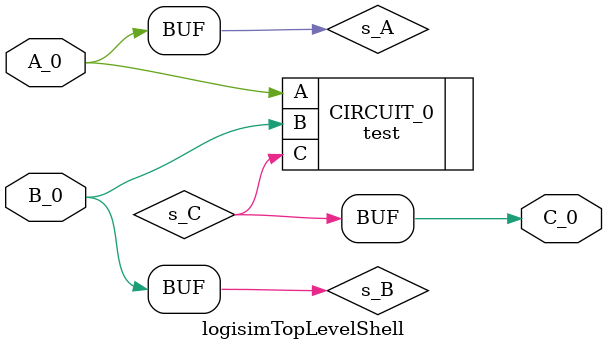
<source format=v>
/******************************************************************************
 ** Logisim-evolution goes FPGA automatic generated Verilog code             **
 ** https://github.com/logisim-evolution/                                    **
 **                                                                          **
 ** Component : logisimTopLevelShell                                         **
 **                                                                          **
 *****************************************************************************/

module logisimTopLevelShell( A_0,
                             B_0,
                             C_0 );

   /*******************************************************************************
   ** The inputs are defined here                                                **
   *******************************************************************************/
   input A_0;
   input B_0;

   /*******************************************************************************
   ** The outputs are defined here                                               **
   *******************************************************************************/
   output C_0;

   /*******************************************************************************
   ** The wires are defined here                                                 **
   *******************************************************************************/
   wire s_A;
   wire s_B;
   wire s_C;

   /*******************************************************************************
   ** The module functionality is described here                                 **
   *******************************************************************************/

   /*******************************************************************************
   ** All signal adaptations are performed here                                  **
   *******************************************************************************/
   assign C_0 = s_C;
   assign s_A = A_0;
   assign s_B = B_0;

   /*******************************************************************************
   ** The toplevel component is connected here                                   **
   *******************************************************************************/
   test   CIRCUIT_0 (.A(s_A),
                     .B(s_B),
                     .C(s_C));
endmodule

</source>
